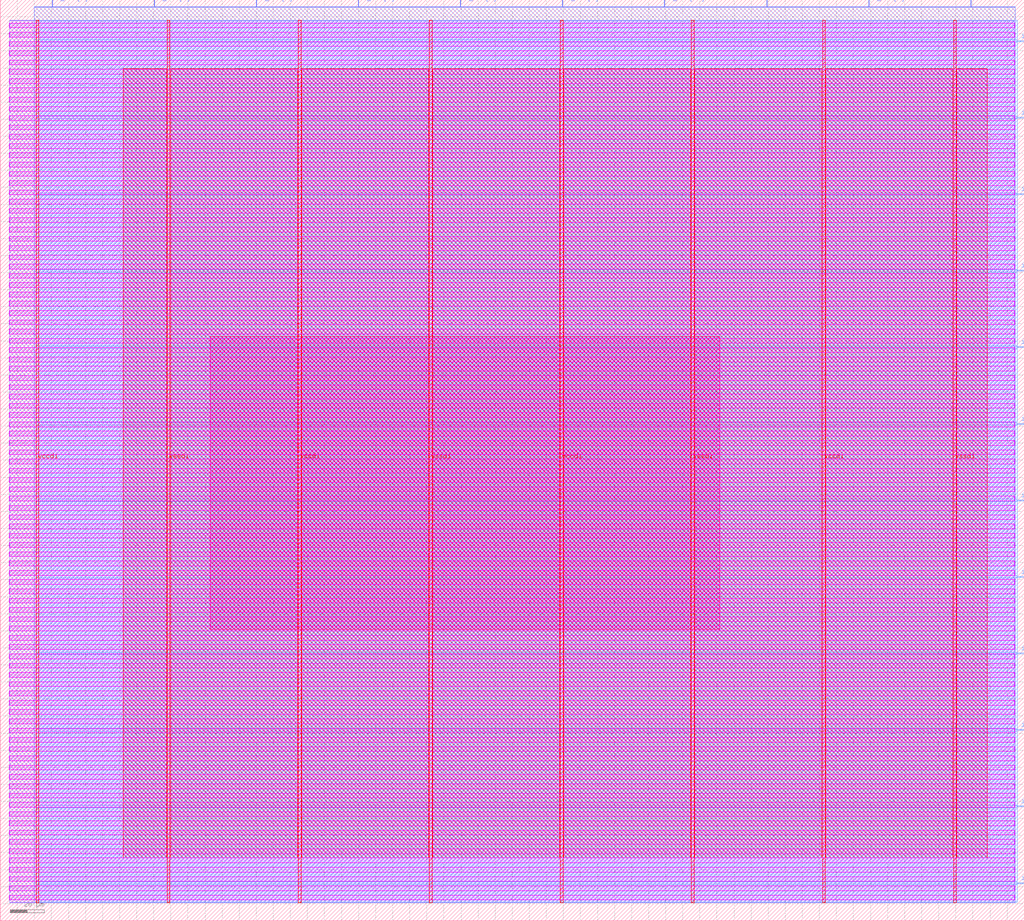
<source format=lef>
VERSION 5.7 ;
  NOWIREEXTENSIONATPIN ON ;
  DIVIDERCHAR "/" ;
  BUSBITCHARS "[]" ;
MACRO ascon_wrapper
  CLASS BLOCK ;
  FOREIGN ascon_wrapper ;
  ORIGIN 0.000 0.000 ;
  SIZE 600.000 BY 540.000 ;
  PIN clk
    DIRECTION INPUT ;
    USE SIGNAL ;
    ANTENNAGATEAREA 0.852000 ;
    PORT
      LAYER met2 ;
        RECT 449.050 536.000 449.330 540.000 ;
    END
  END clk
  PIN io_in[0]
    DIRECTION INPUT ;
    USE SIGNAL ;
    ANTENNAGATEAREA 0.159000 ;
    PORT
      LAYER met3 ;
        RECT 596.000 515.480 600.000 516.080 ;
    END
  END io_in[0]
  PIN io_in[1]
    DIRECTION INPUT ;
    USE SIGNAL ;
    ANTENNAGATEAREA 0.196500 ;
    PORT
      LAYER met3 ;
        RECT 596.000 425.720 600.000 426.320 ;
    END
  END io_in[1]
  PIN io_in[2]
    DIRECTION INPUT ;
    USE SIGNAL ;
    ANTENNAGATEAREA 0.213000 ;
    PORT
      LAYER met3 ;
        RECT 596.000 335.960 600.000 336.560 ;
    END
  END io_in[2]
  PIN io_in[3]
    DIRECTION INPUT ;
    USE SIGNAL ;
    ANTENNAGATEAREA 0.159000 ;
    PORT
      LAYER met3 ;
        RECT 596.000 246.200 600.000 246.800 ;
    END
  END io_in[3]
  PIN io_in[4]
    DIRECTION INPUT ;
    USE SIGNAL ;
    ANTENNAGATEAREA 0.159000 ;
    PORT
      LAYER met3 ;
        RECT 596.000 156.440 600.000 157.040 ;
    END
  END io_in[4]
  PIN io_in[5]
    DIRECTION INPUT ;
    USE SIGNAL ;
    ANTENNAGATEAREA 0.196500 ;
    PORT
      LAYER met3 ;
        RECT 596.000 66.680 600.000 67.280 ;
    END
  END io_in[5]
  PIN io_oeb[0]
    DIRECTION OUTPUT TRISTATE ;
    USE SIGNAL ;
    PORT
      LAYER met2 ;
        RECT 269.650 536.000 269.930 540.000 ;
    END
  END io_oeb[0]
  PIN io_oeb[10]
    DIRECTION OUTPUT TRISTATE ;
    USE SIGNAL ;
    PORT
      LAYER met2 ;
        RECT 389.250 536.000 389.530 540.000 ;
    END
  END io_oeb[10]
  PIN io_oeb[1]
    DIRECTION OUTPUT TRISTATE ;
    USE SIGNAL ;
    PORT
      LAYER met2 ;
        RECT 150.050 536.000 150.330 540.000 ;
    END
  END io_oeb[1]
  PIN io_oeb[2]
    DIRECTION OUTPUT TRISTATE ;
    USE SIGNAL ;
    PORT
      LAYER met2 ;
        RECT 30.450 536.000 30.730 540.000 ;
    END
  END io_oeb[2]
  PIN io_oeb[3]
    DIRECTION OUTPUT TRISTATE ;
    USE SIGNAL ;
    PORT
      LAYER met3 ;
        RECT 596.000 470.600 600.000 471.200 ;
    END
  END io_oeb[3]
  PIN io_oeb[4]
    DIRECTION OUTPUT TRISTATE ;
    USE SIGNAL ;
    PORT
      LAYER met3 ;
        RECT 596.000 380.840 600.000 381.440 ;
    END
  END io_oeb[4]
  PIN io_oeb[5]
    DIRECTION OUTPUT TRISTATE ;
    USE SIGNAL ;
    PORT
      LAYER met3 ;
        RECT 596.000 291.080 600.000 291.680 ;
    END
  END io_oeb[5]
  PIN io_oeb[6]
    DIRECTION OUTPUT TRISTATE ;
    USE SIGNAL ;
    PORT
      LAYER met3 ;
        RECT 596.000 201.320 600.000 201.920 ;
    END
  END io_oeb[6]
  PIN io_oeb[7]
    DIRECTION OUTPUT TRISTATE ;
    USE SIGNAL ;
    PORT
      LAYER met3 ;
        RECT 596.000 111.560 600.000 112.160 ;
    END
  END io_oeb[7]
  PIN io_oeb[8]
    DIRECTION OUTPUT TRISTATE ;
    USE SIGNAL ;
    PORT
      LAYER met3 ;
        RECT 596.000 21.800 600.000 22.400 ;
    END
  END io_oeb[8]
  PIN io_oeb[9]
    DIRECTION OUTPUT TRISTATE ;
    USE SIGNAL ;
    PORT
      LAYER met2 ;
        RECT 508.850 536.000 509.130 540.000 ;
    END
  END io_oeb[9]
  PIN io_out[0]
    DIRECTION OUTPUT TRISTATE ;
    USE SIGNAL ;
    ANTENNADIFFAREA 2.673000 ;
    PORT
      LAYER met2 ;
        RECT 329.450 536.000 329.730 540.000 ;
    END
  END io_out[0]
  PIN io_out[1]
    DIRECTION OUTPUT TRISTATE ;
    USE SIGNAL ;
    ANTENNADIFFAREA 2.673000 ;
    PORT
      LAYER met2 ;
        RECT 209.850 536.000 210.130 540.000 ;
    END
  END io_out[1]
  PIN io_out[2]
    DIRECTION OUTPUT TRISTATE ;
    USE SIGNAL ;
    ANTENNADIFFAREA 2.673000 ;
    PORT
      LAYER met2 ;
        RECT 90.250 536.000 90.530 540.000 ;
    END
  END io_out[2]
  PIN rst
    DIRECTION INPUT ;
    USE SIGNAL ;
    ANTENNAGATEAREA 0.426000 ;
    PORT
      LAYER met2 ;
        RECT 568.650 536.000 568.930 540.000 ;
    END
  END rst
  PIN vccd1
    DIRECTION INOUT ;
    USE POWER ;
    PORT
      LAYER met4 ;
        RECT 21.040 10.640 22.640 527.920 ;
    END
    PORT
      LAYER met4 ;
        RECT 174.640 10.640 176.240 527.920 ;
    END
    PORT
      LAYER met4 ;
        RECT 328.240 10.640 329.840 527.920 ;
    END
    PORT
      LAYER met4 ;
        RECT 481.840 10.640 483.440 527.920 ;
    END
  END vccd1
  PIN vssd1
    DIRECTION INOUT ;
    USE GROUND ;
    PORT
      LAYER met4 ;
        RECT 97.840 10.640 99.440 527.920 ;
    END
    PORT
      LAYER met4 ;
        RECT 251.440 10.640 253.040 527.920 ;
    END
    PORT
      LAYER met4 ;
        RECT 405.040 10.640 406.640 527.920 ;
    END
    PORT
      LAYER met4 ;
        RECT 558.640 10.640 560.240 527.920 ;
    END
  END vssd1
  OBS
      LAYER nwell ;
        RECT 5.330 523.545 594.510 526.375 ;
        RECT 5.330 518.105 594.510 520.935 ;
        RECT 5.330 512.665 594.510 515.495 ;
        RECT 5.330 507.225 594.510 510.055 ;
        RECT 5.330 501.785 594.510 504.615 ;
        RECT 5.330 496.345 594.510 499.175 ;
        RECT 5.330 490.905 594.510 493.735 ;
        RECT 5.330 485.465 594.510 488.295 ;
        RECT 5.330 480.025 594.510 482.855 ;
        RECT 5.330 474.585 594.510 477.415 ;
        RECT 5.330 469.145 594.510 471.975 ;
        RECT 5.330 463.705 594.510 466.535 ;
        RECT 5.330 458.265 594.510 461.095 ;
        RECT 5.330 452.825 594.510 455.655 ;
        RECT 5.330 447.385 594.510 450.215 ;
        RECT 5.330 441.945 594.510 444.775 ;
        RECT 5.330 436.505 594.510 439.335 ;
        RECT 5.330 431.065 594.510 433.895 ;
        RECT 5.330 425.625 594.510 428.455 ;
        RECT 5.330 420.185 594.510 423.015 ;
        RECT 5.330 414.745 594.510 417.575 ;
        RECT 5.330 409.305 594.510 412.135 ;
        RECT 5.330 403.865 594.510 406.695 ;
        RECT 5.330 398.425 594.510 401.255 ;
        RECT 5.330 392.985 594.510 395.815 ;
        RECT 5.330 387.545 594.510 390.375 ;
        RECT 5.330 382.105 594.510 384.935 ;
        RECT 5.330 376.665 594.510 379.495 ;
        RECT 5.330 371.225 594.510 374.055 ;
        RECT 5.330 365.785 594.510 368.615 ;
        RECT 5.330 360.345 594.510 363.175 ;
        RECT 5.330 354.905 594.510 357.735 ;
        RECT 5.330 349.465 594.510 352.295 ;
        RECT 5.330 344.025 594.510 346.855 ;
        RECT 5.330 338.585 594.510 341.415 ;
        RECT 5.330 333.145 594.510 335.975 ;
        RECT 5.330 327.705 594.510 330.535 ;
        RECT 5.330 322.265 594.510 325.095 ;
        RECT 5.330 316.825 594.510 319.655 ;
        RECT 5.330 311.385 594.510 314.215 ;
        RECT 5.330 305.945 594.510 308.775 ;
        RECT 5.330 300.505 594.510 303.335 ;
        RECT 5.330 295.065 594.510 297.895 ;
        RECT 5.330 289.625 594.510 292.455 ;
        RECT 5.330 284.185 594.510 287.015 ;
        RECT 5.330 278.745 594.510 281.575 ;
        RECT 5.330 273.305 594.510 276.135 ;
        RECT 5.330 267.865 594.510 270.695 ;
        RECT 5.330 262.425 594.510 265.255 ;
        RECT 5.330 256.985 594.510 259.815 ;
        RECT 5.330 251.545 594.510 254.375 ;
        RECT 5.330 246.105 594.510 248.935 ;
        RECT 5.330 240.665 594.510 243.495 ;
        RECT 5.330 235.225 594.510 238.055 ;
        RECT 5.330 229.785 594.510 232.615 ;
        RECT 5.330 224.345 594.510 227.175 ;
        RECT 5.330 218.905 594.510 221.735 ;
        RECT 5.330 213.465 594.510 216.295 ;
        RECT 5.330 208.025 594.510 210.855 ;
        RECT 5.330 202.585 594.510 205.415 ;
        RECT 5.330 197.145 594.510 199.975 ;
        RECT 5.330 191.705 594.510 194.535 ;
        RECT 5.330 186.265 594.510 189.095 ;
        RECT 5.330 180.825 594.510 183.655 ;
        RECT 5.330 175.385 594.510 178.215 ;
        RECT 5.330 169.945 594.510 172.775 ;
        RECT 5.330 164.505 594.510 167.335 ;
        RECT 5.330 159.065 594.510 161.895 ;
        RECT 5.330 153.625 594.510 156.455 ;
        RECT 5.330 148.185 594.510 151.015 ;
        RECT 5.330 142.745 594.510 145.575 ;
        RECT 5.330 137.305 594.510 140.135 ;
        RECT 5.330 131.865 594.510 134.695 ;
        RECT 5.330 126.425 594.510 129.255 ;
        RECT 5.330 120.985 594.510 123.815 ;
        RECT 5.330 115.545 594.510 118.375 ;
        RECT 5.330 110.105 594.510 112.935 ;
        RECT 5.330 104.665 594.510 107.495 ;
        RECT 5.330 99.225 594.510 102.055 ;
        RECT 5.330 93.785 594.510 96.615 ;
        RECT 5.330 88.345 594.510 91.175 ;
        RECT 5.330 82.905 594.510 85.735 ;
        RECT 5.330 77.465 594.510 80.295 ;
        RECT 5.330 72.025 594.510 74.855 ;
        RECT 5.330 66.585 594.510 69.415 ;
        RECT 5.330 61.145 594.510 63.975 ;
        RECT 5.330 55.705 594.510 58.535 ;
        RECT 5.330 50.265 594.510 53.095 ;
        RECT 5.330 44.825 594.510 47.655 ;
        RECT 5.330 39.385 594.510 42.215 ;
        RECT 5.330 33.945 594.510 36.775 ;
        RECT 5.330 28.505 594.510 31.335 ;
        RECT 5.330 23.065 594.510 25.895 ;
        RECT 5.330 17.625 594.510 20.455 ;
        RECT 5.330 12.185 594.510 15.015 ;
      LAYER li1 ;
        RECT 5.520 10.795 594.320 527.765 ;
      LAYER met1 ;
        RECT 5.520 10.640 594.710 527.920 ;
      LAYER met2 ;
        RECT 19.880 535.720 30.170 536.000 ;
        RECT 31.010 535.720 89.970 536.000 ;
        RECT 90.810 535.720 149.770 536.000 ;
        RECT 150.610 535.720 209.570 536.000 ;
        RECT 210.410 535.720 269.370 536.000 ;
        RECT 270.210 535.720 329.170 536.000 ;
        RECT 330.010 535.720 388.970 536.000 ;
        RECT 389.810 535.720 448.770 536.000 ;
        RECT 449.610 535.720 508.570 536.000 ;
        RECT 509.410 535.720 568.370 536.000 ;
        RECT 569.210 535.720 594.690 536.000 ;
        RECT 19.880 10.695 594.690 535.720 ;
      LAYER met3 ;
        RECT 21.050 516.480 596.000 527.845 ;
        RECT 21.050 515.080 595.600 516.480 ;
        RECT 21.050 471.600 596.000 515.080 ;
        RECT 21.050 470.200 595.600 471.600 ;
        RECT 21.050 426.720 596.000 470.200 ;
        RECT 21.050 425.320 595.600 426.720 ;
        RECT 21.050 381.840 596.000 425.320 ;
        RECT 21.050 380.440 595.600 381.840 ;
        RECT 21.050 336.960 596.000 380.440 ;
        RECT 21.050 335.560 595.600 336.960 ;
        RECT 21.050 292.080 596.000 335.560 ;
        RECT 21.050 290.680 595.600 292.080 ;
        RECT 21.050 247.200 596.000 290.680 ;
        RECT 21.050 245.800 595.600 247.200 ;
        RECT 21.050 202.320 596.000 245.800 ;
        RECT 21.050 200.920 595.600 202.320 ;
        RECT 21.050 157.440 596.000 200.920 ;
        RECT 21.050 156.040 595.600 157.440 ;
        RECT 21.050 112.560 596.000 156.040 ;
        RECT 21.050 111.160 595.600 112.560 ;
        RECT 21.050 67.680 596.000 111.160 ;
        RECT 21.050 66.280 595.600 67.680 ;
        RECT 21.050 22.800 596.000 66.280 ;
        RECT 21.050 21.400 595.600 22.800 ;
        RECT 21.050 10.715 596.000 21.400 ;
      LAYER met4 ;
        RECT 72.055 36.895 97.440 499.625 ;
        RECT 99.840 36.895 174.240 499.625 ;
        RECT 176.640 36.895 251.040 499.625 ;
        RECT 253.440 36.895 327.840 499.625 ;
        RECT 330.240 36.895 404.640 499.625 ;
        RECT 407.040 36.895 481.440 499.625 ;
        RECT 483.840 36.895 558.240 499.625 ;
        RECT 560.640 36.895 578.385 499.625 ;
      LAYER met5 ;
        RECT 122.940 170.900 421.700 342.500 ;
  END
END ascon_wrapper
END LIBRARY


</source>
